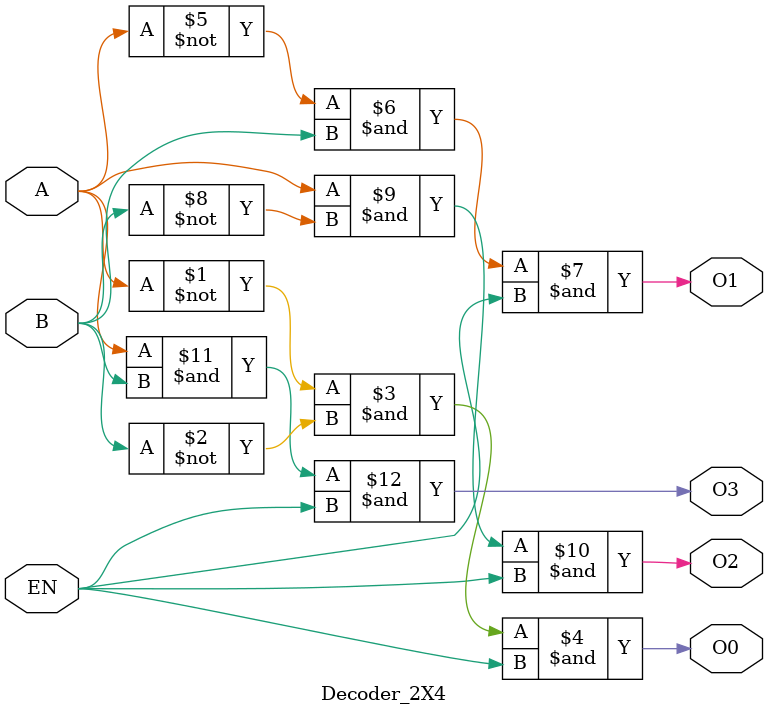
<source format=v>
`timescale 1ns / 1ps
module Decoder_2X4(
    input A,
    input B,
    input EN,
    output O0,
    output O1,
    output O2,
    output O3
    );

assign O0 = (~A) & (~B) & EN;
assign O1 = (~A) & B & EN; 
assign O2 = A & (~B) & EN;
assign O3 = A & B & EN;


endmodule

</source>
